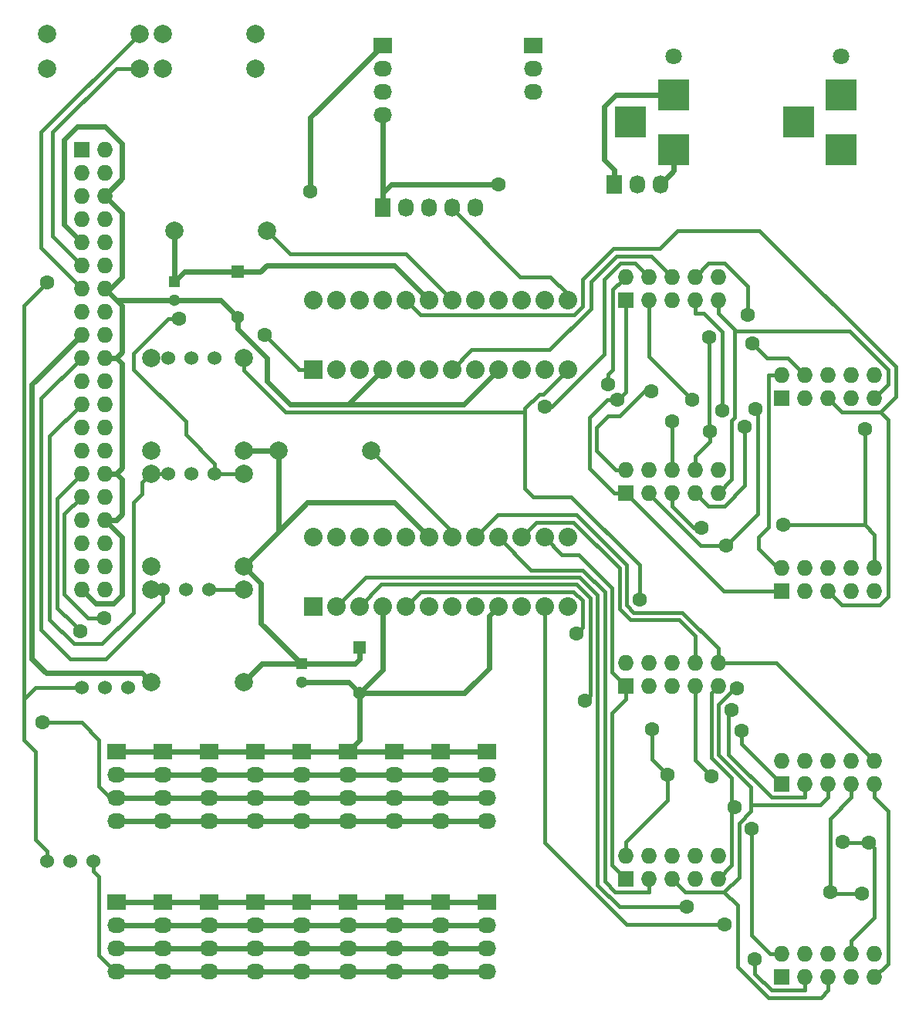
<source format=gbr>
G04 #@! TF.FileFunction,Copper,L1,Top,Signal*
%FSLAX46Y46*%
G04 Gerber Fmt 4.6, Leading zero omitted, Abs format (unit mm)*
G04 Created by KiCad (PCBNEW 4.0.2-stable) date 13/08/2016 22:29:21*
%MOMM*%
G01*
G04 APERTURE LIST*
%ADD10C,0.100000*%
%ADD11R,1.300000X1.300000*%
%ADD12C,1.300000*%
%ADD13R,1.400000X1.400000*%
%ADD14C,1.400000*%
%ADD15R,3.500120X3.500120*%
%ADD16C,1.800000*%
%ADD17R,2.032000X1.727200*%
%ADD18O,2.032000X1.727200*%
%ADD19R,1.727200X2.032000*%
%ADD20O,1.727200X2.032000*%
%ADD21R,1.727200X1.727200*%
%ADD22O,1.727200X1.727200*%
%ADD23C,1.998980*%
%ADD24R,2.032000X2.032000*%
%ADD25C,2.032000*%
%ADD26C,1.524000*%
%ADD27C,1.600000*%
%ADD28C,0.600000*%
%ADD29C,0.400000*%
G04 APERTURE END LIST*
D10*
D11*
X29210000Y-118650000D03*
D12*
X29210000Y-120650000D03*
D13*
X36195000Y-117555000D03*
D14*
X36195000Y-122555000D03*
D13*
X49530000Y-158750000D03*
D14*
X49530000Y-163750000D03*
D15*
X102423000Y-104148140D03*
X102423000Y-98148660D03*
X97724000Y-101148400D03*
D16*
X102423000Y-93948000D03*
D15*
X84008000Y-104148140D03*
X84008000Y-98148660D03*
X79309000Y-101148400D03*
D16*
X84008000Y-93948000D03*
D17*
X22860000Y-186690000D03*
D18*
X22860000Y-189230000D03*
X22860000Y-191770000D03*
X22860000Y-194310000D03*
D17*
X22860000Y-170180000D03*
D18*
X22860000Y-172720000D03*
X22860000Y-175260000D03*
X22860000Y-177800000D03*
D17*
X27940000Y-186690000D03*
D18*
X27940000Y-189230000D03*
X27940000Y-191770000D03*
X27940000Y-194310000D03*
D17*
X27940000Y-170180000D03*
D18*
X27940000Y-172720000D03*
X27940000Y-175260000D03*
X27940000Y-177800000D03*
D17*
X33020000Y-186690000D03*
D18*
X33020000Y-189230000D03*
X33020000Y-191770000D03*
X33020000Y-194310000D03*
D17*
X33020000Y-170180000D03*
D18*
X33020000Y-172720000D03*
X33020000Y-175260000D03*
X33020000Y-177800000D03*
D17*
X38100000Y-186690000D03*
D18*
X38100000Y-189230000D03*
X38100000Y-191770000D03*
X38100000Y-194310000D03*
D17*
X38100000Y-170180000D03*
D18*
X38100000Y-172720000D03*
X38100000Y-175260000D03*
X38100000Y-177800000D03*
D17*
X43180000Y-186690000D03*
D18*
X43180000Y-189230000D03*
X43180000Y-191770000D03*
X43180000Y-194310000D03*
D17*
X43180000Y-170180000D03*
D18*
X43180000Y-172720000D03*
X43180000Y-175260000D03*
X43180000Y-177800000D03*
D17*
X48260000Y-186690000D03*
D18*
X48260000Y-189230000D03*
X48260000Y-191770000D03*
X48260000Y-194310000D03*
D17*
X48260000Y-170180000D03*
D18*
X48260000Y-172720000D03*
X48260000Y-175260000D03*
X48260000Y-177800000D03*
D17*
X53340000Y-186690000D03*
D18*
X53340000Y-189230000D03*
X53340000Y-191770000D03*
X53340000Y-194310000D03*
D17*
X53340000Y-170180000D03*
D18*
X53340000Y-172720000D03*
X53340000Y-175260000D03*
X53340000Y-177800000D03*
D17*
X58420000Y-186690000D03*
D18*
X58420000Y-189230000D03*
X58420000Y-191770000D03*
X58420000Y-194310000D03*
D17*
X58420000Y-170180000D03*
D18*
X58420000Y-172720000D03*
X58420000Y-175260000D03*
X58420000Y-177800000D03*
D17*
X63500000Y-186690000D03*
D18*
X63500000Y-189230000D03*
X63500000Y-191770000D03*
X63500000Y-194310000D03*
D17*
X63500000Y-170180000D03*
D18*
X63500000Y-172720000D03*
X63500000Y-175260000D03*
X63500000Y-177800000D03*
D19*
X52070000Y-110490000D03*
D20*
X54610000Y-110490000D03*
X57150000Y-110490000D03*
X59690000Y-110490000D03*
X62230000Y-110490000D03*
D21*
X95885000Y-194945000D03*
D22*
X95885000Y-192405000D03*
X98425000Y-194945000D03*
X98425000Y-192405000D03*
X100965000Y-194945000D03*
X100965000Y-192405000D03*
X103505000Y-194945000D03*
X103505000Y-192405000D03*
X106045000Y-194945000D03*
X106045000Y-192405000D03*
D21*
X78740000Y-184150000D03*
D22*
X78740000Y-181610000D03*
X81280000Y-184150000D03*
X81280000Y-181610000D03*
X83820000Y-184150000D03*
X83820000Y-181610000D03*
X86360000Y-184150000D03*
X86360000Y-181610000D03*
X88900000Y-184150000D03*
X88900000Y-181610000D03*
D21*
X95885000Y-173778000D03*
D22*
X95885000Y-171238000D03*
X98425000Y-173778000D03*
X98425000Y-171238000D03*
X100965000Y-173778000D03*
X100965000Y-171238000D03*
X103505000Y-173778000D03*
X103505000Y-171238000D03*
X106045000Y-173778000D03*
X106045000Y-171238000D03*
D21*
X78740000Y-162983000D03*
D22*
X78740000Y-160443000D03*
X81280000Y-162983000D03*
X81280000Y-160443000D03*
X83820000Y-162983000D03*
X83820000Y-160443000D03*
X86360000Y-162983000D03*
X86360000Y-160443000D03*
X88900000Y-162983000D03*
X88900000Y-160443000D03*
D21*
X78740000Y-141817000D03*
D22*
X78740000Y-139277000D03*
X81280000Y-141817000D03*
X81280000Y-139277000D03*
X83820000Y-141817000D03*
X83820000Y-139277000D03*
X86360000Y-141817000D03*
X86360000Y-139277000D03*
X88900000Y-141817000D03*
X88900000Y-139277000D03*
D21*
X78752400Y-120650000D03*
D22*
X78752400Y-118110000D03*
X81292400Y-120650000D03*
X81292400Y-118110000D03*
X83832400Y-120650000D03*
X83832400Y-118110000D03*
X86372400Y-120650000D03*
X86372400Y-118110000D03*
X88912400Y-120650000D03*
X88912400Y-118110000D03*
D21*
X95885000Y-152612000D03*
D22*
X95885000Y-150072000D03*
X98425000Y-152612000D03*
X98425000Y-150072000D03*
X100965000Y-152612000D03*
X100965000Y-150072000D03*
X103505000Y-152612000D03*
X103505000Y-150072000D03*
X106045000Y-152612000D03*
X106045000Y-150072000D03*
D21*
X95885000Y-131445000D03*
D22*
X95885000Y-128905000D03*
X98425000Y-131445000D03*
X98425000Y-128905000D03*
X100965000Y-131445000D03*
X100965000Y-128905000D03*
X103505000Y-131445000D03*
X103505000Y-128905000D03*
X106045000Y-131445000D03*
X106045000Y-128905000D03*
D19*
X77470000Y-107950000D03*
D20*
X80010000Y-107950000D03*
X82550000Y-107950000D03*
D17*
X68580000Y-92710000D03*
D18*
X68580000Y-95250000D03*
X68580000Y-97790000D03*
D17*
X52070000Y-92710000D03*
D18*
X52070000Y-95250000D03*
X52070000Y-97790000D03*
X52070000Y-100330000D03*
D23*
X26670000Y-137160000D03*
X26670000Y-127000000D03*
X36830000Y-137160000D03*
X36830000Y-127000000D03*
X26670000Y-149860000D03*
X26670000Y-139700000D03*
X36830000Y-149860000D03*
X36830000Y-139700000D03*
X26670000Y-162560000D03*
X26670000Y-152400000D03*
X36830000Y-162560000D03*
X36830000Y-152400000D03*
X40640000Y-137160000D03*
X50800000Y-137160000D03*
X29210000Y-113030000D03*
X39370000Y-113030000D03*
X25400000Y-95250000D03*
X15240000Y-95250000D03*
X38100000Y-95250000D03*
X27940000Y-95250000D03*
X25400000Y-91440000D03*
X15240000Y-91440000D03*
X38100000Y-91440000D03*
X27940000Y-91440000D03*
D21*
X19050000Y-104140000D03*
D22*
X21590000Y-104140000D03*
X19050000Y-106680000D03*
X21590000Y-106680000D03*
X19050000Y-109220000D03*
X21590000Y-109220000D03*
X19050000Y-111760000D03*
X21590000Y-111760000D03*
X19050000Y-114300000D03*
X21590000Y-114300000D03*
X19050000Y-116840000D03*
X21590000Y-116840000D03*
X19050000Y-119380000D03*
X21590000Y-119380000D03*
X19050000Y-121920000D03*
X21590000Y-121920000D03*
X19050000Y-124460000D03*
X21590000Y-124460000D03*
X19050000Y-127000000D03*
X21590000Y-127000000D03*
X19050000Y-129540000D03*
X21590000Y-129540000D03*
X19050000Y-132080000D03*
X21590000Y-132080000D03*
X19050000Y-134620000D03*
X21590000Y-134620000D03*
X19050000Y-137160000D03*
X21590000Y-137160000D03*
X19050000Y-139700000D03*
X21590000Y-139700000D03*
X19050000Y-142240000D03*
X21590000Y-142240000D03*
X19050000Y-144780000D03*
X21590000Y-144780000D03*
X19050000Y-147320000D03*
X21590000Y-147320000D03*
X19050000Y-149860000D03*
X21590000Y-149860000D03*
X19050000Y-152400000D03*
X21590000Y-152400000D03*
D24*
X44450000Y-154305000D03*
D25*
X46990000Y-154305000D03*
X49530000Y-154305000D03*
X52070000Y-154305000D03*
X54610000Y-154305000D03*
X57150000Y-154305000D03*
X59690000Y-154305000D03*
X62230000Y-154305000D03*
X64770000Y-154305000D03*
X67310000Y-154305000D03*
X69850000Y-154305000D03*
X72390000Y-154305000D03*
X72390000Y-146685000D03*
X69850000Y-146685000D03*
X67310000Y-146685000D03*
X64770000Y-146685000D03*
X62230000Y-146685000D03*
X59690000Y-146685000D03*
X57150000Y-146685000D03*
X54610000Y-146685000D03*
X52070000Y-146685000D03*
X49530000Y-146685000D03*
X46990000Y-146685000D03*
X44450000Y-146685000D03*
D24*
X44450000Y-128270000D03*
D25*
X46990000Y-128270000D03*
X49530000Y-128270000D03*
X52070000Y-128270000D03*
X54610000Y-128270000D03*
X57150000Y-128270000D03*
X59690000Y-128270000D03*
X62230000Y-128270000D03*
X64770000Y-128270000D03*
X67310000Y-128270000D03*
X69850000Y-128270000D03*
X72390000Y-128270000D03*
X72390000Y-120650000D03*
X69850000Y-120650000D03*
X67310000Y-120650000D03*
X64770000Y-120650000D03*
X62230000Y-120650000D03*
X59690000Y-120650000D03*
X57150000Y-120650000D03*
X54610000Y-120650000D03*
X52070000Y-120650000D03*
X49530000Y-120650000D03*
X46990000Y-120650000D03*
X44450000Y-120650000D03*
D11*
X43180000Y-160560000D03*
D12*
X43180000Y-162560000D03*
D26*
X17780000Y-182245000D03*
X20320000Y-182245000D03*
X15240000Y-182245000D03*
X21590000Y-163195000D03*
X24130000Y-163195000D03*
X19050000Y-163195000D03*
X31115000Y-127000000D03*
X28575000Y-127000000D03*
X33655000Y-127000000D03*
X31115000Y-139700000D03*
X28575000Y-139700000D03*
X33655000Y-139700000D03*
X30480000Y-152400000D03*
X27940000Y-152400000D03*
X33020000Y-152400000D03*
D27*
X64770000Y-107950000D03*
X44155600Y-108717900D03*
X14735020Y-167005000D03*
X15240000Y-118745000D03*
X29782500Y-122743200D03*
X80248400Y-153559500D03*
X91432100Y-167912500D03*
X83312400Y-172722600D03*
X92582400Y-178707800D03*
X81610100Y-167773800D03*
X92888700Y-192962200D03*
X90380100Y-165665200D03*
X85469400Y-187252700D03*
X90970700Y-163274900D03*
X89621700Y-189148200D03*
X88143400Y-172896100D03*
X101183600Y-185626200D03*
X104655300Y-185766300D03*
X105455700Y-180224300D03*
X102577500Y-180128900D03*
X90685300Y-176337500D03*
X74236900Y-164606500D03*
X73383300Y-157231000D03*
X77848543Y-131626543D03*
X76809391Y-129917681D03*
X81531100Y-130659800D03*
X89807900Y-147594200D03*
X86039900Y-131595100D03*
X92991500Y-132595700D03*
X87059300Y-145676700D03*
X83820000Y-133930700D03*
X91832400Y-134544600D03*
X89307000Y-132818200D03*
X92108000Y-122278000D03*
X88005900Y-135077700D03*
X87941300Y-124730200D03*
X104969000Y-134780500D03*
X96075800Y-145303800D03*
X69850000Y-132368900D03*
X92673800Y-125444100D03*
X18905784Y-156989227D03*
X21552543Y-155537529D03*
X39115000Y-124473400D03*
D28*
X57150000Y-120650000D02*
X53340000Y-116840000D01*
X53340000Y-116840000D02*
X39370000Y-116840000D01*
X39370000Y-116840000D02*
X38655000Y-117555000D01*
X38655000Y-117555000D02*
X36195000Y-117555000D01*
X38735000Y-156115000D02*
X43180000Y-160560000D01*
X38735000Y-151765000D02*
X38735000Y-156115000D01*
X36830000Y-149860000D02*
X38735000Y-151765000D01*
X53340000Y-142875000D02*
X57150000Y-146685000D01*
X43815000Y-142875000D02*
X53340000Y-142875000D01*
X40640000Y-146050000D02*
X43815000Y-142875000D01*
X37829500Y-148861000D02*
X40640000Y-146050000D01*
X36830000Y-149860000D02*
X37829500Y-148861000D01*
X29210000Y-118650000D02*
X29210000Y-113030000D01*
X30305000Y-117555000D02*
X29210000Y-118650000D01*
X36195000Y-117555000D02*
X30305000Y-117555000D01*
X40640000Y-137160000D02*
X36830000Y-137160000D01*
X40640000Y-146050000D02*
X40640000Y-137160000D01*
X49530000Y-160050000D02*
X49530000Y-158750000D01*
X49020000Y-160560000D02*
X49530000Y-160050000D01*
X43180000Y-160560000D02*
X49020000Y-160560000D01*
X38830000Y-160560000D02*
X36830000Y-162560000D01*
X43180000Y-160560000D02*
X38830000Y-160560000D01*
X21590000Y-109220000D02*
X23495000Y-107315000D01*
X23495000Y-107315000D02*
X23495000Y-103505000D01*
X18602806Y-101600000D02*
X17145000Y-103057806D01*
X23495000Y-103505000D02*
X21590000Y-101600000D01*
X21590000Y-101600000D02*
X18602806Y-101600000D01*
X17145000Y-103057806D02*
X17145000Y-112395000D01*
X17145000Y-112395000D02*
X19050000Y-114300000D01*
X22860000Y-127000000D02*
X23495000Y-127635000D01*
X23495000Y-127635000D02*
X23495000Y-139065000D01*
X23495000Y-139065000D02*
X22860000Y-139700000D01*
X21590000Y-119380000D02*
X23495000Y-121285000D01*
X23495000Y-121285000D02*
X23495000Y-126365000D01*
X23495000Y-126365000D02*
X22860000Y-127000000D01*
X22860000Y-127000000D02*
X22225000Y-127000000D01*
X21590000Y-109220000D02*
X23495000Y-111125000D01*
X23495000Y-111125000D02*
X23495000Y-118110000D01*
X23495000Y-118110000D02*
X22225000Y-119380000D01*
X22225000Y-119380000D02*
X21590000Y-119380000D01*
X21590000Y-127000000D02*
X22225000Y-127000000D01*
X21590000Y-139700000D02*
X22860000Y-139700000D01*
X23495000Y-144145000D02*
X22860000Y-144780000D01*
X22860000Y-139700000D02*
X23495000Y-140335000D01*
X23495000Y-140335000D02*
X23495000Y-144145000D01*
X22860000Y-144780000D02*
X21590000Y-144780000D01*
X52070000Y-108874000D02*
X52070000Y-100330000D01*
X52070000Y-161210000D02*
X52070000Y-154305000D01*
X49530000Y-163750000D02*
X52070000Y-161210000D01*
X49530000Y-168910000D02*
X48260000Y-170180000D01*
X49530000Y-163750000D02*
X49530000Y-168910000D01*
X58420000Y-170180000D02*
X63500000Y-170180000D01*
X53340000Y-170180000D02*
X58420000Y-170180000D01*
X48260000Y-170180000D02*
X53340000Y-170180000D01*
X43180000Y-170180000D02*
X48260000Y-170180000D01*
X38100000Y-170180000D02*
X43180000Y-170180000D01*
X33020000Y-170180000D02*
X38100000Y-170180000D01*
X27940000Y-170180000D02*
X33020000Y-170180000D01*
X22860000Y-170180000D02*
X27940000Y-170180000D01*
X58420000Y-186690000D02*
X63500000Y-186690000D01*
X53340000Y-186690000D02*
X58420000Y-186690000D01*
X48260000Y-186690000D02*
X53340000Y-186690000D01*
X43180000Y-186690000D02*
X48260000Y-186690000D01*
X38100000Y-186690000D02*
X43180000Y-186690000D01*
X33020000Y-186690000D02*
X38100000Y-186690000D01*
X27940000Y-186690000D02*
X33020000Y-186690000D01*
X22860000Y-186690000D02*
X27940000Y-186690000D01*
X60960000Y-132080000D02*
X64770000Y-128270000D01*
X48260000Y-132080000D02*
X60960000Y-132080000D01*
X52994000Y-107950000D02*
X64770000Y-107950000D01*
X52070000Y-108874000D02*
X52994000Y-107950000D01*
X22860000Y-120650000D02*
X21590000Y-119380000D01*
X29210000Y-120650000D02*
X22860000Y-120650000D01*
X34290000Y-120650000D02*
X36195000Y-122555000D01*
X29210000Y-120650000D02*
X34290000Y-120650000D01*
X48340000Y-162560000D02*
X49530000Y-163750000D01*
X43180000Y-162560000D02*
X48340000Y-162560000D01*
X20613600Y-153964000D02*
X19050000Y-152400000D01*
X22566400Y-153964000D02*
X20613600Y-153964000D01*
X23495000Y-153035000D02*
X22566400Y-153964000D01*
X23495000Y-146685000D02*
X23495000Y-153035000D01*
X21590000Y-144780000D02*
X23495000Y-146685000D01*
X63500000Y-170180000D02*
X63652400Y-170180000D01*
X63754000Y-161036000D02*
X62230000Y-162560000D01*
X63754000Y-155321000D02*
X63754000Y-161036000D01*
X64770000Y-154305000D02*
X63754000Y-155321000D01*
X62230000Y-162560000D02*
X61595000Y-163195000D01*
X61040000Y-163750000D02*
X61595000Y-163195000D01*
X49530000Y-163750000D02*
X61040000Y-163750000D01*
X61595000Y-163195000D02*
X62230000Y-162560000D01*
X52070000Y-110490000D02*
X52070000Y-108874000D01*
X41910000Y-132080000D02*
X48260000Y-132080000D01*
X39370000Y-129540000D02*
X41910000Y-132080000D01*
X39370000Y-127000000D02*
X39370000Y-129540000D01*
X36195000Y-123825000D02*
X39370000Y-127000000D01*
X36195000Y-122555000D02*
X36195000Y-123825000D01*
X48260000Y-132080000D02*
X52070000Y-128270000D01*
X84008000Y-104148000D02*
X84008000Y-104148100D01*
X84008000Y-106492000D02*
X82550000Y-107950000D01*
X84008000Y-104148100D02*
X84008000Y-106492000D01*
X26670000Y-162560000D02*
X25670511Y-161560511D01*
X25670511Y-161560511D02*
X15140522Y-161560511D01*
X13600011Y-160020000D02*
X15140522Y-161560511D01*
X19050000Y-124460000D02*
X13600011Y-129909989D01*
X13600011Y-129909989D02*
X13600011Y-160020000D01*
X27940000Y-189230000D02*
X33020000Y-189230000D01*
X58420000Y-172720000D02*
X63500000Y-172720000D01*
X53340000Y-172720000D02*
X58420000Y-172720000D01*
X48260000Y-172720000D02*
X53340000Y-172720000D01*
X43180000Y-172720000D02*
X48260000Y-172720000D01*
X38100000Y-172720000D02*
X43180000Y-172720000D01*
X33020000Y-172720000D02*
X38100000Y-172720000D01*
X27940000Y-172720000D02*
X33020000Y-172720000D01*
X22860000Y-172720000D02*
X27940000Y-172720000D01*
X58420000Y-189230000D02*
X63500000Y-189230000D01*
X53340000Y-189230000D02*
X58420000Y-189230000D01*
X48260000Y-189230000D02*
X53340000Y-189230000D01*
X43180000Y-189230000D02*
X48260000Y-189230000D01*
X38100000Y-189230000D02*
X43180000Y-189230000D01*
X33020000Y-189230000D02*
X38100000Y-189230000D01*
X22860000Y-172720000D02*
X22707600Y-172720000D01*
X22860000Y-189230000D02*
X26670000Y-189230000D01*
X26670000Y-189230000D02*
X26940000Y-189230000D01*
X27940000Y-189230000D02*
X26940000Y-189230000D01*
X26940000Y-189230000D02*
X26670000Y-189230000D01*
X44155600Y-100624400D02*
X52070000Y-92710000D01*
X44155600Y-108717900D02*
X44155600Y-100624400D01*
D29*
X22860000Y-175260000D02*
X22225000Y-175260000D01*
X22225000Y-175260000D02*
X20955000Y-173990000D01*
X19050000Y-167005000D02*
X14735020Y-167005000D01*
X20955000Y-173990000D02*
X20955000Y-168910000D01*
X20955000Y-168910000D02*
X19050000Y-167005000D01*
X22860000Y-191770000D02*
X22707600Y-191770000D01*
D28*
X58420000Y-191770000D02*
X63500000Y-191770000D01*
X53340000Y-191770000D02*
X58420000Y-191770000D01*
X48260000Y-191770000D02*
X53340000Y-191770000D01*
X43180000Y-191770000D02*
X48260000Y-191770000D01*
X38100000Y-191770000D02*
X43180000Y-191770000D01*
X33020000Y-191770000D02*
X38100000Y-191770000D01*
X27940000Y-191770000D02*
X33020000Y-191770000D01*
X22860000Y-191770000D02*
X27940000Y-191770000D01*
X58420000Y-175260000D02*
X63500000Y-175260000D01*
X53340000Y-175260000D02*
X58420000Y-175260000D01*
X48260000Y-175260000D02*
X53340000Y-175260000D01*
X43180000Y-175260000D02*
X48260000Y-175260000D01*
X38100000Y-175260000D02*
X43180000Y-175260000D01*
X33020000Y-175260000D02*
X38100000Y-175260000D01*
X27940000Y-175260000D02*
X33020000Y-175260000D01*
X22860000Y-175260000D02*
X27940000Y-175260000D01*
D29*
X12700000Y-164465000D02*
X12700000Y-121285000D01*
X12700000Y-121285000D02*
X15240000Y-118745000D01*
X15240000Y-182245000D02*
X15240000Y-181167370D01*
X15240000Y-181167370D02*
X13970000Y-179897370D01*
X13970000Y-179897370D02*
X13970000Y-170180000D01*
X13970000Y-170180000D02*
X12700000Y-168910000D01*
X13970000Y-163195000D02*
X19050000Y-163195000D01*
X12700000Y-168910000D02*
X12700000Y-164465000D01*
X12700000Y-164465000D02*
X13970000Y-163195000D01*
X59690000Y-146050000D02*
X59690000Y-146685000D01*
X50800000Y-137160000D02*
X59690000Y-146050000D01*
X54610000Y-115570000D02*
X59690000Y-120650000D01*
X41910000Y-115570000D02*
X54610000Y-115570000D01*
X39370000Y-113030000D02*
X41910000Y-115570000D01*
X25400000Y-95250000D02*
X22860000Y-95250000D01*
X22860000Y-95250000D02*
X15875000Y-102235000D01*
X15875000Y-102235000D02*
X15875000Y-113665000D01*
X15875000Y-113665000D02*
X19050000Y-116840000D01*
X25400000Y-91440000D02*
X14605000Y-102235000D01*
X14605000Y-102235000D02*
X14605000Y-114935000D01*
X14605000Y-114935000D02*
X19050000Y-119380000D01*
D28*
X77658000Y-98149000D02*
X84007700Y-98149000D01*
X76388000Y-99419000D02*
X77658000Y-98149000D01*
X76388000Y-105252000D02*
X76388000Y-99419000D01*
X77470000Y-106334000D02*
X76388000Y-105252000D01*
X77470000Y-107950000D02*
X77470000Y-106334000D01*
X84007700Y-98149000D02*
X84008000Y-98149000D01*
X84007700Y-98149000D02*
X84008000Y-98148700D01*
D29*
X22707600Y-194310000D02*
X20955000Y-192557400D01*
X20955000Y-192557400D02*
X20955000Y-183957630D01*
X20320000Y-183322630D02*
X20320000Y-182245000D01*
X20955000Y-183957630D02*
X20320000Y-183322630D01*
D28*
X58420000Y-194310000D02*
X63500000Y-194310000D01*
X53340000Y-194310000D02*
X58420000Y-194310000D01*
X48260000Y-194310000D02*
X53340000Y-194310000D01*
X43180000Y-194310000D02*
X48260000Y-194310000D01*
X38100000Y-194310000D02*
X43180000Y-194310000D01*
X33020000Y-194310000D02*
X38100000Y-194310000D01*
X27940000Y-194310000D02*
X33020000Y-194310000D01*
X22860000Y-194310000D02*
X27940000Y-194310000D01*
X58420000Y-177800000D02*
X63500000Y-177800000D01*
X53340000Y-177800000D02*
X58420000Y-177800000D01*
X48260000Y-177800000D02*
X53340000Y-177800000D01*
X43180000Y-177800000D02*
X48260000Y-177800000D01*
X38100000Y-177800000D02*
X43180000Y-177800000D01*
X33020000Y-177800000D02*
X38100000Y-177800000D01*
X27940000Y-177800000D02*
X33020000Y-177800000D01*
X22860000Y-177800000D02*
X27940000Y-177800000D01*
D29*
X24765000Y-128270000D02*
X24765000Y-126537752D01*
X24765000Y-126537752D02*
X28559552Y-122743200D01*
X28559552Y-122743200D02*
X28651130Y-122743200D01*
X28651130Y-122743200D02*
X29782500Y-122743200D01*
X30480000Y-133985000D02*
X24765000Y-128270000D01*
X33655000Y-138622370D02*
X30480000Y-135447370D01*
X30480000Y-135447370D02*
X30480000Y-133985000D01*
X33655000Y-139700000D02*
X33655000Y-138622370D01*
X36830000Y-139700000D02*
X33655000Y-139700000D01*
X59690000Y-110490000D02*
X59690000Y-110642000D01*
X59690000Y-110642000D02*
X67158000Y-118110000D01*
X67158000Y-118110000D02*
X70485000Y-118110000D01*
X70485000Y-118110000D02*
X72390000Y-120015000D01*
X72390000Y-120015000D02*
X72390000Y-120650000D01*
X36830000Y-127000000D02*
X36830000Y-128413492D01*
X36830000Y-128413492D02*
X41410808Y-132994300D01*
X41410808Y-132994300D02*
X41482800Y-132994300D01*
X67665700Y-132994300D02*
X67665700Y-141325700D01*
X72752700Y-142240000D02*
X80248400Y-149735700D01*
X67665700Y-141325700D02*
X68580000Y-142240000D01*
X68580000Y-142240000D02*
X72752700Y-142240000D01*
X80248400Y-149735700D02*
X80248400Y-153559500D01*
X41482800Y-132994300D02*
X67665700Y-132994300D01*
X67665700Y-132573000D02*
X67665700Y-132994300D01*
X69270100Y-130968600D02*
X67665700Y-132573000D01*
X69691400Y-130968600D02*
X69270100Y-130968600D01*
X72390000Y-128270000D02*
X69691400Y-130968600D01*
X77244600Y-182654600D02*
X78740000Y-184150000D01*
X77244600Y-165942300D02*
X77244600Y-182654600D01*
X78740000Y-164446900D02*
X77244600Y-165942300D01*
X78740000Y-162983000D02*
X78740000Y-164446900D01*
X77244600Y-161487600D02*
X78740000Y-162983000D01*
X77244600Y-152231600D02*
X77244600Y-161487600D01*
X73615500Y-148602500D02*
X77244600Y-152231600D01*
X71767500Y-148602500D02*
X73615500Y-148602500D01*
X69850000Y-146685000D02*
X71767500Y-148602500D01*
X91432100Y-169325100D02*
X95885000Y-173778000D01*
X91432100Y-167912500D02*
X91432100Y-169325100D01*
X95885000Y-192405000D02*
X94615000Y-192405000D01*
X92582400Y-190372400D02*
X92582400Y-178707800D01*
X94615000Y-192405000D02*
X92582400Y-190372400D01*
X78740000Y-181610000D02*
X78740000Y-180146100D01*
X83312400Y-175573700D02*
X83312400Y-172722600D01*
X78740000Y-180146100D02*
X83312400Y-175573700D01*
X81610100Y-171020300D02*
X81610100Y-167773800D01*
X83312400Y-172722600D02*
X81610100Y-171020300D01*
X98425000Y-194945000D02*
X98425000Y-196408900D01*
X81280000Y-184150000D02*
X81280000Y-185613900D01*
X92888700Y-194567300D02*
X92888700Y-192962200D01*
X94730300Y-196408900D02*
X92888700Y-194567300D01*
X98425000Y-196408900D02*
X94730300Y-196408900D01*
X77596600Y-185613900D02*
X81280000Y-185613900D01*
X76444200Y-184461500D02*
X77596600Y-185613900D01*
X76444200Y-152677900D02*
X76444200Y-184461500D01*
X74036400Y-150270100D02*
X76444200Y-152677900D01*
X68355100Y-150270100D02*
X74036400Y-150270100D01*
X64770000Y-146685000D02*
X68355100Y-150270100D01*
X98425000Y-173778000D02*
X98425000Y-175241900D01*
X94763500Y-175241900D02*
X98425000Y-175241900D01*
X90031800Y-170510200D02*
X94763500Y-175241900D01*
X90031800Y-166013500D02*
X90031800Y-170510200D01*
X90380100Y-165665200D02*
X90031800Y-166013500D01*
X78064800Y-187252700D02*
X85469400Y-187252700D01*
X75643900Y-184831800D02*
X78064800Y-187252700D01*
X75643900Y-153009300D02*
X75643900Y-184831800D01*
X73705000Y-151070400D02*
X75643900Y-153009300D01*
X50224600Y-151070400D02*
X73705000Y-151070400D01*
X46990000Y-154305000D02*
X50224600Y-151070400D01*
X100965000Y-173778000D02*
X100965000Y-175241900D01*
X100137900Y-176069000D02*
X92503300Y-176069000D01*
X100965000Y-175241900D02*
X100137900Y-176069000D01*
X90734300Y-163274900D02*
X90970700Y-163274900D01*
X88950000Y-165059200D02*
X90734300Y-163274900D01*
X88950000Y-170560200D02*
X88950000Y-165059200D01*
X92503300Y-174113500D02*
X88950000Y-170560200D01*
X92503300Y-176069000D02*
X92503300Y-174113500D01*
X85284000Y-185614000D02*
X89541200Y-185614000D01*
X83820000Y-184150000D02*
X85284000Y-185614000D01*
X92503300Y-176720800D02*
X92503300Y-176069000D01*
X91182000Y-178042100D02*
X92503300Y-176720800D01*
X91182000Y-183973200D02*
X91182000Y-178042100D01*
X89541200Y-185614000D02*
X91182000Y-183973200D01*
X100965000Y-194945000D02*
X100965000Y-196408900D01*
X91022000Y-187094800D02*
X89541200Y-185614000D01*
X91022000Y-193837100D02*
X91022000Y-187094800D01*
X94406100Y-197221200D02*
X91022000Y-193837100D01*
X100152700Y-197221200D02*
X94406100Y-197221200D01*
X100965000Y-196408900D02*
X100152700Y-197221200D01*
X78828600Y-189148200D02*
X89621700Y-189148200D01*
X69850000Y-180169600D02*
X78828600Y-189148200D01*
X69850000Y-154305000D02*
X69850000Y-180169600D01*
X86360000Y-162983000D02*
X86360000Y-171112700D01*
X103505000Y-173778000D02*
X103505000Y-175241900D01*
X88143400Y-172896100D02*
X86360000Y-171112700D01*
X101323700Y-185766300D02*
X101183600Y-185626200D01*
X104655300Y-185766300D02*
X101323700Y-185766300D01*
X101177200Y-185619800D02*
X101183600Y-185626200D01*
X101177200Y-177569700D02*
X101177200Y-185619800D01*
X103505000Y-175241900D02*
X101177200Y-177569700D01*
X86360000Y-160443000D02*
X86360000Y-157480000D01*
X86360000Y-157480000D02*
X84640100Y-155760100D01*
X78047700Y-154537000D02*
X78047700Y-150054700D01*
X78047700Y-150054700D02*
X73032500Y-145039500D01*
X84640100Y-155760100D02*
X79270800Y-155760100D01*
X79270800Y-155760100D02*
X78047700Y-154537000D01*
X73032500Y-145039500D02*
X68955500Y-145039500D01*
X68955500Y-145039500D02*
X67310000Y-146685000D01*
X103505000Y-192405000D02*
X103505000Y-190941100D01*
X106055600Y-180824200D02*
X105455700Y-180224300D01*
X106055600Y-188390500D02*
X106055600Y-180824200D01*
X103505000Y-190941100D02*
X106055600Y-188390500D01*
X102672900Y-180224300D02*
X102577500Y-180128900D01*
X105455700Y-180224300D02*
X102672900Y-180224300D01*
X107521800Y-193468200D02*
X106045000Y-194945000D01*
X107521800Y-176718700D02*
X107521800Y-193468200D01*
X106045000Y-175241900D02*
X107521800Y-176718700D01*
X106045000Y-173778000D02*
X106045000Y-175241900D01*
X90381600Y-182668400D02*
X88900000Y-184150000D01*
X90381600Y-176337500D02*
X90381600Y-182668400D01*
X90685300Y-176337500D02*
X90381600Y-176337500D01*
X88149700Y-163733300D02*
X88900000Y-162983000D01*
X88149700Y-170891700D02*
X88149700Y-163733300D01*
X90381600Y-173123600D02*
X88149700Y-170891700D01*
X90381600Y-176337500D02*
X90381600Y-173123600D01*
X64675800Y-144239200D02*
X62230000Y-146685000D01*
X73363900Y-144239200D02*
X64675800Y-144239200D01*
X78848000Y-149723300D02*
X73363900Y-144239200D01*
X88900000Y-158888614D02*
X84971186Y-154959800D01*
X79649000Y-154959800D02*
X78848000Y-154158800D01*
X88900000Y-160443000D02*
X88900000Y-158888614D01*
X84971186Y-154959800D02*
X79649000Y-154959800D01*
X78848000Y-154158800D02*
X78848000Y-149723300D01*
X95250000Y-160443000D02*
X106045000Y-171238000D01*
X88900000Y-160443000D02*
X95250000Y-160443000D01*
X74843600Y-163999800D02*
X74236900Y-164606500D01*
X74843600Y-153340700D02*
X74843600Y-163999800D01*
X73373600Y-151870700D02*
X74843600Y-153340700D01*
X51964300Y-151870700D02*
X73373600Y-151870700D01*
X49530000Y-154305000D02*
X51964300Y-151870700D01*
X74006400Y-156607900D02*
X73383300Y-157231000D01*
X74006400Y-153635400D02*
X74006400Y-156607900D01*
X73042100Y-152671100D02*
X74006400Y-153635400D01*
X56243900Y-152671100D02*
X73042100Y-152671100D01*
X54610000Y-154305000D02*
X56243900Y-152671100D01*
X76717173Y-131626543D02*
X77848543Y-131626543D01*
X74764990Y-133578726D02*
X76717173Y-131626543D01*
X74764990Y-139105590D02*
X74764990Y-133578726D01*
X77476400Y-141817000D02*
X74764990Y-139105590D01*
X78740000Y-141817000D02*
X77476400Y-141817000D01*
X78752400Y-120650000D02*
X78752400Y-130722686D01*
X78752400Y-130722686D02*
X77848543Y-131626543D01*
X89535000Y-152612000D02*
X78740000Y-141817000D01*
X95885000Y-152612000D02*
X89535000Y-152612000D01*
X95885000Y-150072000D02*
X95462000Y-150072000D01*
X94421100Y-128905000D02*
X95885000Y-128905000D01*
X95462000Y-150072000D02*
X93345000Y-147955000D01*
X93345000Y-147955000D02*
X93345000Y-146685000D01*
X93345000Y-146685000D02*
X94421100Y-145608900D01*
X94421100Y-145608900D02*
X94421100Y-128905000D01*
X78740000Y-139277000D02*
X77682000Y-139277000D01*
X75565000Y-134620000D02*
X76835000Y-133350000D01*
X77682000Y-139277000D02*
X75565000Y-137160000D01*
X75565000Y-137160000D02*
X75565000Y-134620000D01*
X76835000Y-133350000D02*
X78105000Y-133350000D01*
X78105000Y-133350000D02*
X80795200Y-130659800D01*
X80795200Y-130659800D02*
X81531100Y-130659800D01*
X77287488Y-128308214D02*
X76809391Y-128786311D01*
X78752400Y-118110000D02*
X77888801Y-118973599D01*
X77888801Y-118973599D02*
X77791701Y-118973599D01*
X76809391Y-128786311D02*
X76809391Y-129917681D01*
X77791701Y-118973599D02*
X77287488Y-119477812D01*
X77287488Y-119477812D02*
X77287488Y-128308214D01*
X81292400Y-126847600D02*
X86039900Y-131595100D01*
X81292400Y-120650000D02*
X81292400Y-126847600D01*
X86969200Y-147594200D02*
X89807900Y-147594200D01*
X81280000Y-141905000D02*
X86969200Y-147594200D01*
X81280000Y-141817000D02*
X81280000Y-141905000D01*
X93232700Y-132836900D02*
X92991500Y-132595700D01*
X93232700Y-144169400D02*
X93232700Y-132836900D01*
X89807900Y-147594200D02*
X93232700Y-144169400D01*
X54610000Y-120650000D02*
X56226400Y-122266400D01*
X82457000Y-115028000D02*
X84455000Y-113030000D01*
X108354500Y-127955300D02*
X108354500Y-131271600D01*
X56226400Y-122266400D02*
X73110200Y-122266400D01*
X73110200Y-122266400D02*
X74030600Y-121346000D01*
X108354500Y-131271600D02*
X106669800Y-132956300D01*
X74030600Y-121346000D02*
X74030600Y-118376500D01*
X74030600Y-118376500D02*
X77379100Y-115028000D01*
X77379100Y-115028000D02*
X82457000Y-115028000D01*
X84455000Y-113030000D02*
X93429200Y-113030000D01*
X93429200Y-113030000D02*
X108354500Y-127955300D01*
X107541900Y-133828400D02*
X106669800Y-132956300D01*
X107541900Y-153212700D02*
X107541900Y-133828400D01*
X106646500Y-154108100D02*
X107541900Y-153212700D01*
X102461100Y-154108100D02*
X106646500Y-154108100D01*
X100965000Y-152612000D02*
X102461100Y-154108100D01*
X102476300Y-132956300D02*
X100965000Y-131445000D01*
X106669800Y-132956300D02*
X102476300Y-132956300D01*
X83820000Y-141817000D02*
X83820000Y-143280900D01*
X86215800Y-145676700D02*
X83820000Y-143280900D01*
X87059300Y-145676700D02*
X86215800Y-145676700D01*
X83820000Y-139277000D02*
X83820000Y-133930700D01*
X91832400Y-141012000D02*
X91832400Y-134544600D01*
X89563400Y-143281000D02*
X91832400Y-141012000D01*
X87824000Y-143281000D02*
X89563400Y-143281000D01*
X86360000Y-141817000D02*
X87824000Y-143281000D01*
X86372400Y-120650000D02*
X86372400Y-122113900D01*
X87305300Y-122113900D02*
X86372400Y-122113900D01*
X89341600Y-124150200D02*
X87305300Y-122113900D01*
X89341600Y-132783600D02*
X89341600Y-124150200D01*
X89307000Y-132818200D02*
X89341600Y-132783600D01*
X86360000Y-139277000D02*
X86360000Y-137813100D01*
X88005900Y-136167200D02*
X86360000Y-137813100D01*
X88005900Y-135077700D02*
X88005900Y-136167200D01*
X92108000Y-119186000D02*
X92108000Y-122278000D01*
X89568000Y-116646000D02*
X92108000Y-119186000D01*
X87836400Y-116646000D02*
X89568000Y-116646000D01*
X86372400Y-118110000D02*
X87836400Y-116646000D01*
X87871200Y-134943000D02*
X88005900Y-135077700D01*
X87871200Y-124800300D02*
X87871200Y-134943000D01*
X87941300Y-124730200D02*
X87871200Y-124800300D01*
X88912400Y-120650000D02*
X88912400Y-122113900D01*
X103311100Y-124043800D02*
X90707600Y-124043800D01*
X107554100Y-128286800D02*
X103311100Y-124043800D01*
X107554100Y-129935900D02*
X107554100Y-128286800D01*
X106045000Y-131445000D02*
X107554100Y-129935900D01*
X90707600Y-123909100D02*
X90707600Y-124043800D01*
X88912400Y-122113900D02*
X90707600Y-123909100D01*
X90364100Y-140352900D02*
X88900000Y-141817000D01*
X90364100Y-133887000D02*
X90364100Y-140352900D01*
X90707600Y-133543500D02*
X90364100Y-133887000D01*
X90707600Y-124043800D02*
X90707600Y-133543500D01*
X104969000Y-145303800D02*
X96075800Y-145303800D01*
X106045000Y-146379800D02*
X104969000Y-145303800D01*
X106045000Y-150072000D02*
X106045000Y-146379800D01*
X104969000Y-145303800D02*
X104969000Y-134780500D01*
X70612700Y-132368900D02*
X69850000Y-132368900D01*
X76390800Y-126590800D02*
X70612700Y-132368900D01*
X76390800Y-118378200D02*
X76390800Y-126590800D01*
X78140200Y-116628800D02*
X76390800Y-118378200D01*
X79811200Y-116628800D02*
X78140200Y-116628800D01*
X81292400Y-118110000D02*
X79811200Y-116628800D01*
X61820000Y-126140000D02*
X59690000Y-128270000D01*
X70391500Y-126140000D02*
X61820000Y-126140000D01*
X74927600Y-121603900D02*
X70391500Y-126140000D01*
X74927600Y-118686500D02*
X74927600Y-121603900D01*
X77785700Y-115828400D02*
X74927600Y-118686500D01*
X81550800Y-115828400D02*
X77785700Y-115828400D01*
X83832400Y-118110000D02*
X81550800Y-115828400D01*
X92673800Y-125444100D02*
X94229700Y-127000000D01*
X94229700Y-127000000D02*
X96520000Y-127000000D01*
X96520000Y-127000000D02*
X98425000Y-128905000D01*
X26670000Y-139700000D02*
X25670511Y-140699489D01*
X25670511Y-140699489D02*
X25670511Y-141969489D01*
X25670511Y-141969489D02*
X24765000Y-142875000D01*
X28575000Y-139700000D02*
X26670000Y-139700000D01*
X19050000Y-132080000D02*
X15544979Y-135585021D01*
X15544979Y-135585021D02*
X15544979Y-155700424D01*
X15544979Y-155700424D02*
X18233783Y-158389228D01*
X18233783Y-158389228D02*
X21315772Y-158389228D01*
X21315772Y-158389228D02*
X24765000Y-154940000D01*
X24765000Y-154940000D02*
X24765000Y-142875000D01*
X26670000Y-152400000D02*
X27940000Y-152400000D01*
X19050000Y-127000000D02*
X14605000Y-131445000D01*
X14605000Y-156845000D02*
X17780000Y-160020000D01*
X21733492Y-160020000D02*
X27940000Y-153813492D01*
X14605000Y-131445000D02*
X14605000Y-156845000D01*
X17780000Y-160020000D02*
X21733492Y-160020000D01*
X27940000Y-153813492D02*
X27940000Y-152400000D01*
X36830000Y-152400000D02*
X33020000Y-152400000D01*
X16344989Y-154428432D02*
X18105785Y-156189228D01*
X18105785Y-156189228D02*
X18905784Y-156989227D01*
X19050000Y-139700000D02*
X16344989Y-142405011D01*
X16344989Y-142405011D02*
X16344989Y-154428432D01*
X17145000Y-144145000D02*
X17145000Y-152896356D01*
X19050000Y-142240000D02*
X17145000Y-144145000D01*
X17145000Y-152896356D02*
X19786173Y-155537529D01*
X19786173Y-155537529D02*
X20421173Y-155537529D01*
X20421173Y-155537529D02*
X21552543Y-155537529D01*
X44450000Y-128270000D02*
X42833700Y-128270000D01*
X42833700Y-128192100D02*
X39115000Y-124473400D01*
X42833700Y-128270000D02*
X42833700Y-128192100D01*
M02*

</source>
